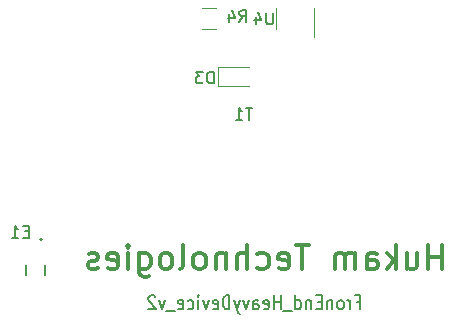
<source format=gbo>
G04 #@! TF.GenerationSoftware,KiCad,Pcbnew,5.1.7-a382d34a8~88~ubuntu18.04.1*
G04 #@! TF.CreationDate,2021-11-19T23:21:26+05:30*
G04 #@! TF.ProjectId,FrontEnd_HeavyDevice_v2,46726f6e-7445-46e6-945f-486561767944,rev?*
G04 #@! TF.SameCoordinates,Original*
G04 #@! TF.FileFunction,Legend,Bot*
G04 #@! TF.FilePolarity,Positive*
%FSLAX46Y46*%
G04 Gerber Fmt 4.6, Leading zero omitted, Abs format (unit mm)*
G04 Created by KiCad (PCBNEW 5.1.7-a382d34a8~88~ubuntu18.04.1) date 2021-11-19 23:21:26*
%MOMM*%
%LPD*%
G01*
G04 APERTURE LIST*
%ADD10C,0.200000*%
%ADD11C,0.300000*%
%ADD12C,0.127000*%
%ADD13C,0.120000*%
%ADD14C,0.150000*%
G04 APERTURE END LIST*
D10*
X125728287Y-112243245D02*
X126061620Y-112243245D01*
X126061620Y-112871817D02*
X126061620Y-111671817D01*
X125585430Y-111671817D01*
X125204478Y-112871817D02*
X125204478Y-112071817D01*
X125204478Y-112300388D02*
X125156859Y-112186102D01*
X125109240Y-112128960D01*
X125014001Y-112071817D01*
X124918763Y-112071817D01*
X124442573Y-112871817D02*
X124537811Y-112814674D01*
X124585430Y-112757531D01*
X124633049Y-112643245D01*
X124633049Y-112300388D01*
X124585430Y-112186102D01*
X124537811Y-112128960D01*
X124442573Y-112071817D01*
X124299716Y-112071817D01*
X124204478Y-112128960D01*
X124156859Y-112186102D01*
X124109240Y-112300388D01*
X124109240Y-112643245D01*
X124156859Y-112757531D01*
X124204478Y-112814674D01*
X124299716Y-112871817D01*
X124442573Y-112871817D01*
X123680668Y-112071817D02*
X123680668Y-112871817D01*
X123680668Y-112186102D02*
X123633049Y-112128960D01*
X123537811Y-112071817D01*
X123394954Y-112071817D01*
X123299716Y-112128960D01*
X123252097Y-112243245D01*
X123252097Y-112871817D01*
X122775906Y-112243245D02*
X122442573Y-112243245D01*
X122299716Y-112871817D02*
X122775906Y-112871817D01*
X122775906Y-111671817D01*
X122299716Y-111671817D01*
X121871144Y-112071817D02*
X121871144Y-112871817D01*
X121871144Y-112186102D02*
X121823525Y-112128960D01*
X121728287Y-112071817D01*
X121585430Y-112071817D01*
X121490192Y-112128960D01*
X121442573Y-112243245D01*
X121442573Y-112871817D01*
X120537811Y-112871817D02*
X120537811Y-111671817D01*
X120537811Y-112814674D02*
X120633049Y-112871817D01*
X120823525Y-112871817D01*
X120918763Y-112814674D01*
X120966382Y-112757531D01*
X121014001Y-112643245D01*
X121014001Y-112300388D01*
X120966382Y-112186102D01*
X120918763Y-112128960D01*
X120823525Y-112071817D01*
X120633049Y-112071817D01*
X120537811Y-112128960D01*
X120299716Y-112986102D02*
X119537811Y-112986102D01*
X119299716Y-112871817D02*
X119299716Y-111671817D01*
X119299716Y-112243245D02*
X118728287Y-112243245D01*
X118728287Y-112871817D02*
X118728287Y-111671817D01*
X117871144Y-112814674D02*
X117966382Y-112871817D01*
X118156859Y-112871817D01*
X118252097Y-112814674D01*
X118299716Y-112700388D01*
X118299716Y-112243245D01*
X118252097Y-112128960D01*
X118156859Y-112071817D01*
X117966382Y-112071817D01*
X117871144Y-112128960D01*
X117823525Y-112243245D01*
X117823525Y-112357531D01*
X118299716Y-112471817D01*
X116966382Y-112871817D02*
X116966382Y-112243245D01*
X117014001Y-112128960D01*
X117109240Y-112071817D01*
X117299716Y-112071817D01*
X117394954Y-112128960D01*
X116966382Y-112814674D02*
X117061620Y-112871817D01*
X117299716Y-112871817D01*
X117394954Y-112814674D01*
X117442573Y-112700388D01*
X117442573Y-112586102D01*
X117394954Y-112471817D01*
X117299716Y-112414674D01*
X117061620Y-112414674D01*
X116966382Y-112357531D01*
X116585430Y-112071817D02*
X116347335Y-112871817D01*
X116109240Y-112071817D01*
X115823525Y-112071817D02*
X115585430Y-112871817D01*
X115347335Y-112071817D02*
X115585430Y-112871817D01*
X115680668Y-113157531D01*
X115728287Y-113214674D01*
X115823525Y-113271817D01*
X114966382Y-112871817D02*
X114966382Y-111671817D01*
X114728287Y-111671817D01*
X114585430Y-111728960D01*
X114490192Y-111843245D01*
X114442573Y-111957531D01*
X114394954Y-112186102D01*
X114394954Y-112357531D01*
X114442573Y-112586102D01*
X114490192Y-112700388D01*
X114585430Y-112814674D01*
X114728287Y-112871817D01*
X114966382Y-112871817D01*
X113585430Y-112814674D02*
X113680668Y-112871817D01*
X113871144Y-112871817D01*
X113966382Y-112814674D01*
X114014001Y-112700388D01*
X114014001Y-112243245D01*
X113966382Y-112128960D01*
X113871144Y-112071817D01*
X113680668Y-112071817D01*
X113585430Y-112128960D01*
X113537811Y-112243245D01*
X113537811Y-112357531D01*
X114014001Y-112471817D01*
X113204478Y-112071817D02*
X112966382Y-112871817D01*
X112728287Y-112071817D01*
X112347335Y-112871817D02*
X112347335Y-112071817D01*
X112347335Y-111671817D02*
X112394954Y-111728960D01*
X112347335Y-111786102D01*
X112299716Y-111728960D01*
X112347335Y-111671817D01*
X112347335Y-111786102D01*
X111442573Y-112814674D02*
X111537811Y-112871817D01*
X111728287Y-112871817D01*
X111823525Y-112814674D01*
X111871144Y-112757531D01*
X111918763Y-112643245D01*
X111918763Y-112300388D01*
X111871144Y-112186102D01*
X111823525Y-112128960D01*
X111728287Y-112071817D01*
X111537811Y-112071817D01*
X111442573Y-112128960D01*
X110633049Y-112814674D02*
X110728287Y-112871817D01*
X110918763Y-112871817D01*
X111014001Y-112814674D01*
X111061620Y-112700388D01*
X111061620Y-112243245D01*
X111014001Y-112128960D01*
X110918763Y-112071817D01*
X110728287Y-112071817D01*
X110633049Y-112128960D01*
X110585430Y-112243245D01*
X110585430Y-112357531D01*
X111061620Y-112471817D01*
X110394954Y-112986102D02*
X109633049Y-112986102D01*
X109490192Y-112071817D02*
X109252097Y-112871817D01*
X109014001Y-112071817D01*
X108680668Y-111786102D02*
X108633049Y-111728960D01*
X108537811Y-111671817D01*
X108299716Y-111671817D01*
X108204478Y-111728960D01*
X108156859Y-111786102D01*
X108109240Y-111900388D01*
X108109240Y-112014674D01*
X108156859Y-112186102D01*
X108728287Y-112871817D01*
X108109240Y-112871817D01*
D11*
X132958240Y-109444041D02*
X132958240Y-107444041D01*
X132958240Y-108396422D02*
X131815383Y-108396422D01*
X131815383Y-109444041D02*
X131815383Y-107444041D01*
X130005860Y-108110708D02*
X130005860Y-109444041D01*
X130863002Y-108110708D02*
X130863002Y-109158327D01*
X130767764Y-109348803D01*
X130577288Y-109444041D01*
X130291574Y-109444041D01*
X130101098Y-109348803D01*
X130005860Y-109253565D01*
X129053479Y-109444041D02*
X129053479Y-107444041D01*
X128863002Y-108682137D02*
X128291574Y-109444041D01*
X128291574Y-108110708D02*
X129053479Y-108872613D01*
X126577288Y-109444041D02*
X126577288Y-108396422D01*
X126672526Y-108205946D01*
X126863002Y-108110708D01*
X127243955Y-108110708D01*
X127434431Y-108205946D01*
X126577288Y-109348803D02*
X126767764Y-109444041D01*
X127243955Y-109444041D01*
X127434431Y-109348803D01*
X127529669Y-109158327D01*
X127529669Y-108967851D01*
X127434431Y-108777375D01*
X127243955Y-108682137D01*
X126767764Y-108682137D01*
X126577288Y-108586899D01*
X125624907Y-109444041D02*
X125624907Y-108110708D01*
X125624907Y-108301184D02*
X125529669Y-108205946D01*
X125339193Y-108110708D01*
X125053479Y-108110708D01*
X124863002Y-108205946D01*
X124767764Y-108396422D01*
X124767764Y-109444041D01*
X124767764Y-108396422D02*
X124672526Y-108205946D01*
X124482050Y-108110708D01*
X124196336Y-108110708D01*
X124005860Y-108205946D01*
X123910621Y-108396422D01*
X123910621Y-109444041D01*
X121720145Y-107444041D02*
X120577288Y-107444041D01*
X121148717Y-109444041D02*
X121148717Y-107444041D01*
X119148717Y-109348803D02*
X119339193Y-109444041D01*
X119720145Y-109444041D01*
X119910621Y-109348803D01*
X120005860Y-109158327D01*
X120005860Y-108396422D01*
X119910621Y-108205946D01*
X119720145Y-108110708D01*
X119339193Y-108110708D01*
X119148717Y-108205946D01*
X119053479Y-108396422D01*
X119053479Y-108586899D01*
X120005860Y-108777375D01*
X117339193Y-109348803D02*
X117529669Y-109444041D01*
X117910621Y-109444041D01*
X118101098Y-109348803D01*
X118196336Y-109253565D01*
X118291574Y-109063089D01*
X118291574Y-108491660D01*
X118196336Y-108301184D01*
X118101098Y-108205946D01*
X117910621Y-108110708D01*
X117529669Y-108110708D01*
X117339193Y-108205946D01*
X116482050Y-109444041D02*
X116482050Y-107444041D01*
X115624907Y-109444041D02*
X115624907Y-108396422D01*
X115720145Y-108205946D01*
X115910621Y-108110708D01*
X116196336Y-108110708D01*
X116386812Y-108205946D01*
X116482050Y-108301184D01*
X114672526Y-108110708D02*
X114672526Y-109444041D01*
X114672526Y-108301184D02*
X114577288Y-108205946D01*
X114386812Y-108110708D01*
X114101098Y-108110708D01*
X113910621Y-108205946D01*
X113815383Y-108396422D01*
X113815383Y-109444041D01*
X112577288Y-109444041D02*
X112767764Y-109348803D01*
X112863002Y-109253565D01*
X112958240Y-109063089D01*
X112958240Y-108491660D01*
X112863002Y-108301184D01*
X112767764Y-108205946D01*
X112577288Y-108110708D01*
X112291574Y-108110708D01*
X112101098Y-108205946D01*
X112005860Y-108301184D01*
X111910621Y-108491660D01*
X111910621Y-109063089D01*
X112005860Y-109253565D01*
X112101098Y-109348803D01*
X112291574Y-109444041D01*
X112577288Y-109444041D01*
X110767764Y-109444041D02*
X110958240Y-109348803D01*
X111053479Y-109158327D01*
X111053479Y-107444041D01*
X109720145Y-109444041D02*
X109910621Y-109348803D01*
X110005860Y-109253565D01*
X110101098Y-109063089D01*
X110101098Y-108491660D01*
X110005860Y-108301184D01*
X109910621Y-108205946D01*
X109720145Y-108110708D01*
X109434431Y-108110708D01*
X109243955Y-108205946D01*
X109148717Y-108301184D01*
X109053479Y-108491660D01*
X109053479Y-109063089D01*
X109148717Y-109253565D01*
X109243955Y-109348803D01*
X109434431Y-109444041D01*
X109720145Y-109444041D01*
X107339193Y-108110708D02*
X107339193Y-109729756D01*
X107434431Y-109920232D01*
X107529669Y-110015470D01*
X107720145Y-110110708D01*
X108005860Y-110110708D01*
X108196336Y-110015470D01*
X107339193Y-109348803D02*
X107529669Y-109444041D01*
X107910621Y-109444041D01*
X108101098Y-109348803D01*
X108196336Y-109253565D01*
X108291574Y-109063089D01*
X108291574Y-108491660D01*
X108196336Y-108301184D01*
X108101098Y-108205946D01*
X107910621Y-108110708D01*
X107529669Y-108110708D01*
X107339193Y-108205946D01*
X106386812Y-109444041D02*
X106386812Y-108110708D01*
X106386812Y-107444041D02*
X106482050Y-107539280D01*
X106386812Y-107634518D01*
X106291574Y-107539280D01*
X106386812Y-107444041D01*
X106386812Y-107634518D01*
X104672526Y-109348803D02*
X104863002Y-109444041D01*
X105243955Y-109444041D01*
X105434431Y-109348803D01*
X105529669Y-109158327D01*
X105529669Y-108396422D01*
X105434431Y-108205946D01*
X105243955Y-108110708D01*
X104863002Y-108110708D01*
X104672526Y-108205946D01*
X104577288Y-108396422D01*
X104577288Y-108586899D01*
X105529669Y-108777375D01*
X103815383Y-109348803D02*
X103624907Y-109444041D01*
X103243955Y-109444041D01*
X103053479Y-109348803D01*
X102958240Y-109158327D01*
X102958240Y-109063089D01*
X103053479Y-108872613D01*
X103243955Y-108777375D01*
X103529669Y-108777375D01*
X103720145Y-108682137D01*
X103815383Y-108491660D01*
X103815383Y-108396422D01*
X103720145Y-108205946D01*
X103529669Y-108110708D01*
X103243955Y-108110708D01*
X103053479Y-108205946D01*
D10*
X99134700Y-106949000D02*
G75*
G03*
X99134700Y-106949000I-100000J0D01*
G01*
D12*
X99329100Y-109095000D02*
X99329100Y-109955000D01*
X97729100Y-109095000D02*
X97729100Y-109955000D01*
D13*
X113820000Y-87360000D02*
X112620000Y-87360000D01*
X112620000Y-89120000D02*
X113820000Y-89120000D01*
X113990000Y-93979900D02*
X116590000Y-93979900D01*
X113990000Y-92379900D02*
X116590000Y-92379900D01*
X113990000Y-93979900D02*
X113990000Y-92379900D01*
X118940000Y-89140000D02*
X118940000Y-87340000D01*
X122160000Y-87340000D02*
X122160000Y-89790000D01*
D14*
X97962276Y-106270951D02*
X97628942Y-106270951D01*
X97486085Y-106794760D02*
X97962276Y-106794760D01*
X97962276Y-105794760D01*
X97486085Y-105794760D01*
X96533704Y-106794760D02*
X97105133Y-106794760D01*
X96819419Y-106794760D02*
X96819419Y-105794760D01*
X96914657Y-105937618D01*
X97009895Y-106032856D01*
X97105133Y-106080475D01*
X115809826Y-88542520D02*
X116143160Y-88066330D01*
X116381255Y-88542520D02*
X116381255Y-87542520D01*
X116000302Y-87542520D01*
X115905064Y-87590140D01*
X115857445Y-87637759D01*
X115809826Y-87732997D01*
X115809826Y-87875854D01*
X115857445Y-87971092D01*
X115905064Y-88018711D01*
X116000302Y-88066330D01*
X116381255Y-88066330D01*
X114952683Y-87875854D02*
X114952683Y-88542520D01*
X115190779Y-87494901D02*
X115428874Y-88209187D01*
X114809826Y-88209187D01*
X113620455Y-93736420D02*
X113620455Y-92736420D01*
X113382360Y-92736420D01*
X113239502Y-92784040D01*
X113144264Y-92879278D01*
X113096645Y-92974516D01*
X113049026Y-93164992D01*
X113049026Y-93307849D01*
X113096645Y-93498325D01*
X113144264Y-93593563D01*
X113239502Y-93688801D01*
X113382360Y-93736420D01*
X113620455Y-93736420D01*
X112715693Y-92736420D02*
X112096645Y-92736420D01*
X112429979Y-93117373D01*
X112287121Y-93117373D01*
X112191883Y-93164992D01*
X112144264Y-93212611D01*
X112096645Y-93307849D01*
X112096645Y-93545944D01*
X112144264Y-93641182D01*
X112191883Y-93688801D01*
X112287121Y-93736420D01*
X112572836Y-93736420D01*
X112668074Y-93688801D01*
X112715693Y-93641182D01*
X116911904Y-95802380D02*
X116340476Y-95802380D01*
X116626190Y-96802380D02*
X116626190Y-95802380D01*
X115483333Y-96802380D02*
X116054761Y-96802380D01*
X115769047Y-96802380D02*
X115769047Y-95802380D01*
X115864285Y-95945238D01*
X115959523Y-96040476D01*
X116054761Y-96088095D01*
X118665224Y-87745720D02*
X118665224Y-88555244D01*
X118617605Y-88650482D01*
X118569986Y-88698101D01*
X118474748Y-88745720D01*
X118284272Y-88745720D01*
X118189034Y-88698101D01*
X118141415Y-88650482D01*
X118093796Y-88555244D01*
X118093796Y-87745720D01*
X117189034Y-88079054D02*
X117189034Y-88745720D01*
X117427129Y-87698101D02*
X117665224Y-88412387D01*
X117046177Y-88412387D01*
M02*

</source>
